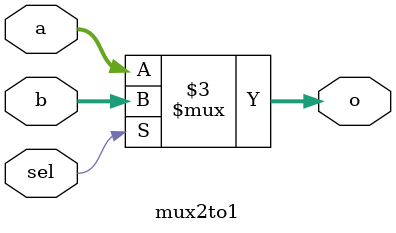
<source format=v>

module mux2to1
#(
  parameter DATA_WIDTH = 0
)
(
  input  wire                   sel, 
  input  wire[DATA_WIDTH-1:0]   a, b,
  output reg[DATA_WIDTH-1:0]    o
);

  always@(*)
  begin
    if (sel) begin
      o = b;
    end
    else
    begin
      o = a;
    end
  end
endmodule

</source>
